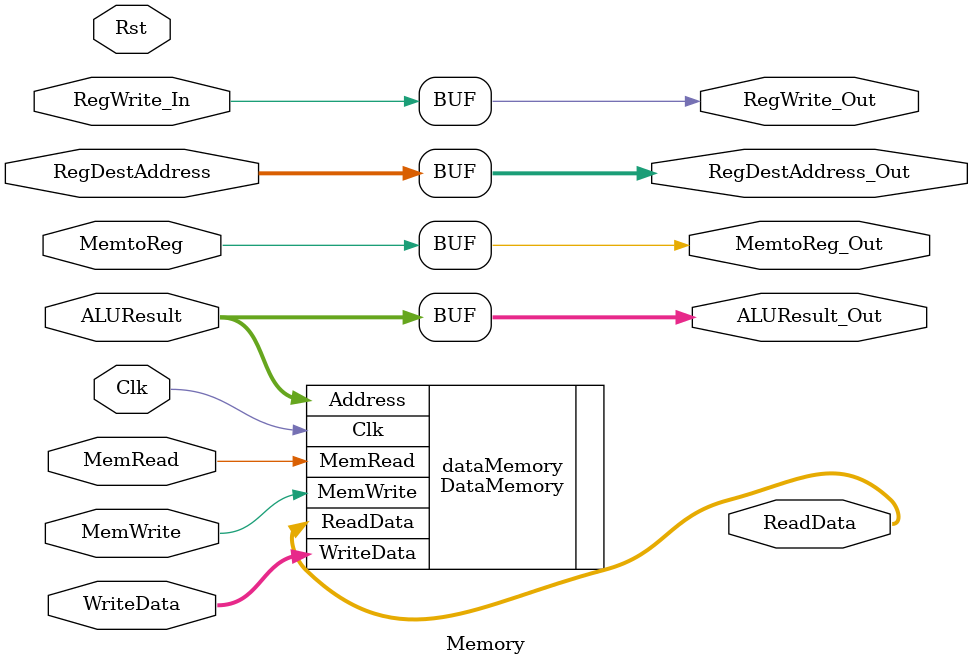
<source format=v>
`timescale 1ns / 1ps
 
module Memory(
    Clk, Rst,
    // inputs
    ALUResult, WriteData, RegDestAddress,
    // outputs
    ReadData, ALUResult_Out,
    // controller inputs
    MemWrite, MemRead, MemtoReg,
    // Additional RegWrites
    RegWrite_In, RegWrite_Out,
    // controller outputs
    MemtoReg_Out, RegDestAddress_Out
    );
   
   input Clk, Rst;
   input [31:0] ALUResult, WriteData;
   input MemWrite, MemRead, MemtoReg;
   input RegWrite_In; ///////////////////////////
   input [4:0] RegDestAddress;
   
   output RegWrite_Out; //////////////////////////
   output [31:0] ALUResult_Out, ReadData;
   output MemtoReg_Out;
   output [4:0] RegDestAddress_Out;
   
   assign RegWrite_Out = RegWrite_In; 
   assign MemtoReg_Out = MemtoReg;
   assign RegDestAddress_Out = RegDestAddress;
   assign ALUResult_Out = ALUResult;
   
   DataMemory dataMemory(
        .Address(ALUResult), 
        .WriteData(WriteData), 
        .Clk(Clk), 
        .MemWrite(MemWrite), 
        .MemRead(MemRead), 
        .ReadData(ReadData)
       );
   
endmodule
</source>
